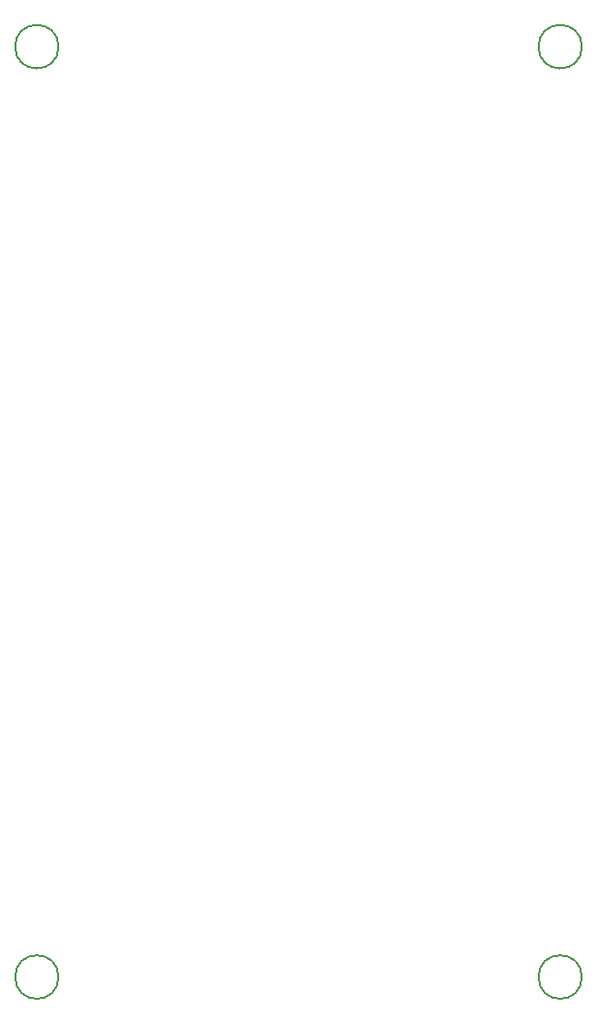
<source format=gbr>
%TF.GenerationSoftware,KiCad,Pcbnew,7.0.7*%
%TF.CreationDate,2023-12-31T15:53:55-05:00*%
%TF.ProjectId,TeenieWeenie,5465656e-6965-4576-9565-6e69652e6b69,rev?*%
%TF.SameCoordinates,Original*%
%TF.FileFunction,Other,Comment*%
%FSLAX46Y46*%
G04 Gerber Fmt 4.6, Leading zero omitted, Abs format (unit mm)*
G04 Created by KiCad (PCBNEW 7.0.7) date 2023-12-31 15:53:55*
%MOMM*%
%LPD*%
G01*
G04 APERTURE LIST*
%ADD10C,0.150000*%
G04 APERTURE END LIST*
D10*
%TO.C,H3*%
X4440000Y5080000D02*
G75*
G03*
X4440000Y5080000I-1900000J0D01*
G01*
%TO.C,H4*%
X50160000Y5080000D02*
G75*
G03*
X50160000Y5080000I-1900000J0D01*
G01*
%TO.C,H1*%
X4440000Y86307000D02*
G75*
G03*
X4440000Y86307000I-1900000J0D01*
G01*
%TO.C,H2*%
X50160000Y86307000D02*
G75*
G03*
X50160000Y86307000I-1900000J0D01*
G01*
%TD*%
M02*

</source>
